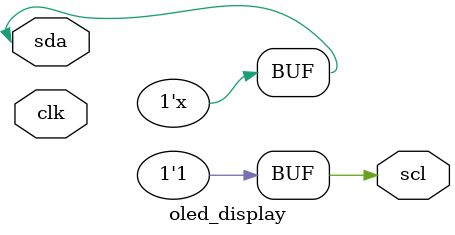
<source format=v>

module oled_display (
    input clk,
    output scl,
    inout sda
);

    // Message buffer (only as idea – not actually sent to display here)
    reg [7:0] message [0:4];
    initial begin
        message[0] = "H";
        message[1] = "E";
        message[2] = "L";
        message[3] = "L";
        message[4] = "O";
    end

    // Stub – actual OLED control logic via I2C needed
    assign scl = 1'b1;
    assign sda = 1'bz;

endmodule

</source>
